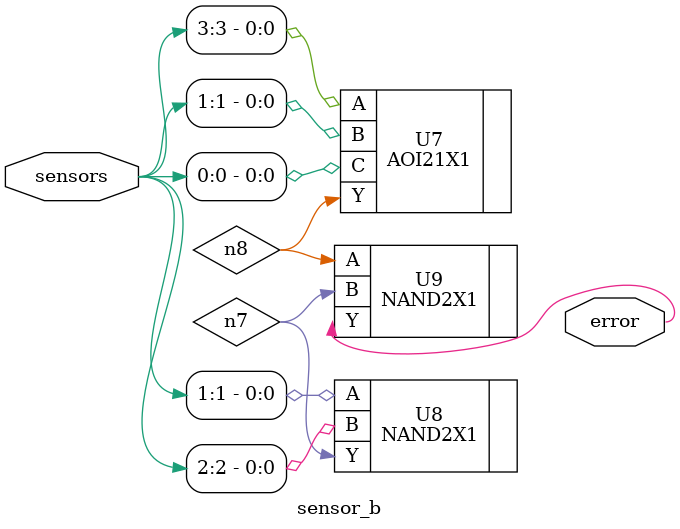
<source format=v>

module sensor_b ( sensors, error );
  input [3:0] sensors;
  output error;
  wire   n7, n8;

  AOI21X1 U7 ( .A(sensors[3]), .B(sensors[1]), .C(sensors[0]), .Y(n8) );
  NAND2X1 U8 ( .A(sensors[1]), .B(sensors[2]), .Y(n7) );
  NAND2X1 U9 ( .A(n8), .B(n7), .Y(error) );
endmodule


</source>
